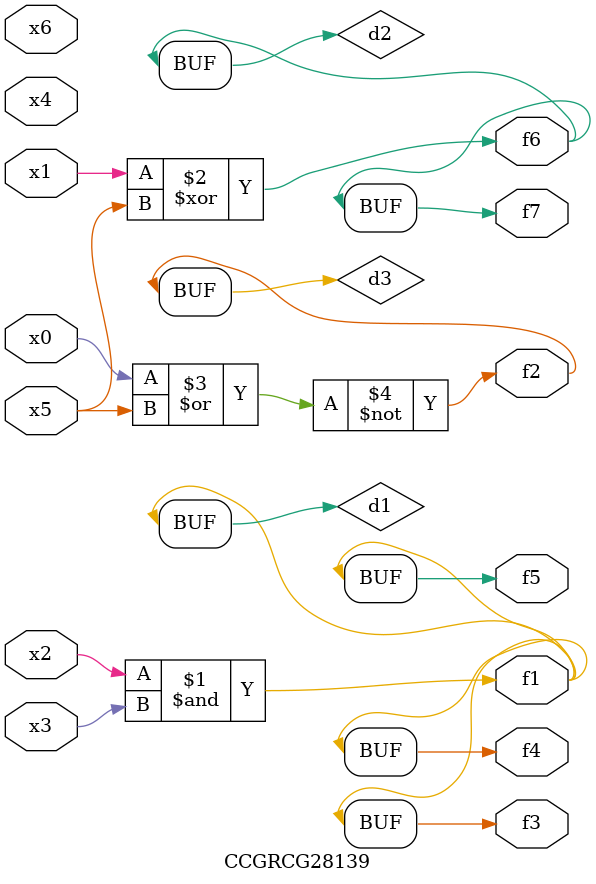
<source format=v>
module CCGRCG28139(
	input x0, x1, x2, x3, x4, x5, x6,
	output f1, f2, f3, f4, f5, f6, f7
);

	wire d1, d2, d3;

	and (d1, x2, x3);
	xor (d2, x1, x5);
	nor (d3, x0, x5);
	assign f1 = d1;
	assign f2 = d3;
	assign f3 = d1;
	assign f4 = d1;
	assign f5 = d1;
	assign f6 = d2;
	assign f7 = d2;
endmodule

</source>
